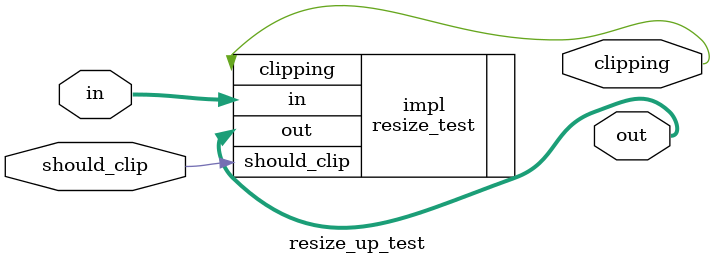
<source format=sv>

module resize_up_test (
    input  logic [31:0] in,           // Input raw value
    input  logic        should_clip,
    output logic [63:0] out,          // Output raw value
    output logic        clipping      // Clipping indicator
);

  resize_test #(
      .IN_IW (16),
      .IN_QW (16),
      .OUT_IW(32),
      .OUT_QW(32)
  ) impl (
      .in(in),
      .should_clip(should_clip),
      .out(out),
      .clipping(clipping)
  );

endmodule

</source>
